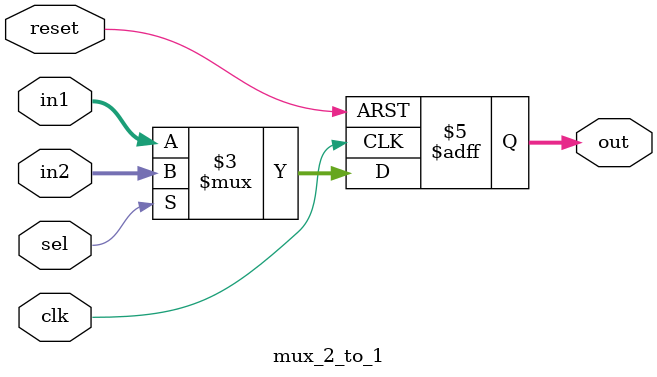
<source format=sv>
`timescale 1ns / 1ps
module mux_2_to_1#(parameter N=32) (
    input logic clk,
    input logic reset,
    input logic sel,
    input logic [N-1:0] in1,
    input logic [N-1:0] in2,
output logic [N-1:0] out
);

always @(posedge clk or posedge reset) begin
    if (reset) begin
        out <= 32'b0;
    end else begin
        if (sel) begin
            out <= in2;
        end else begin
            out <= in1;
        end
    end
end

endmodule
</source>
